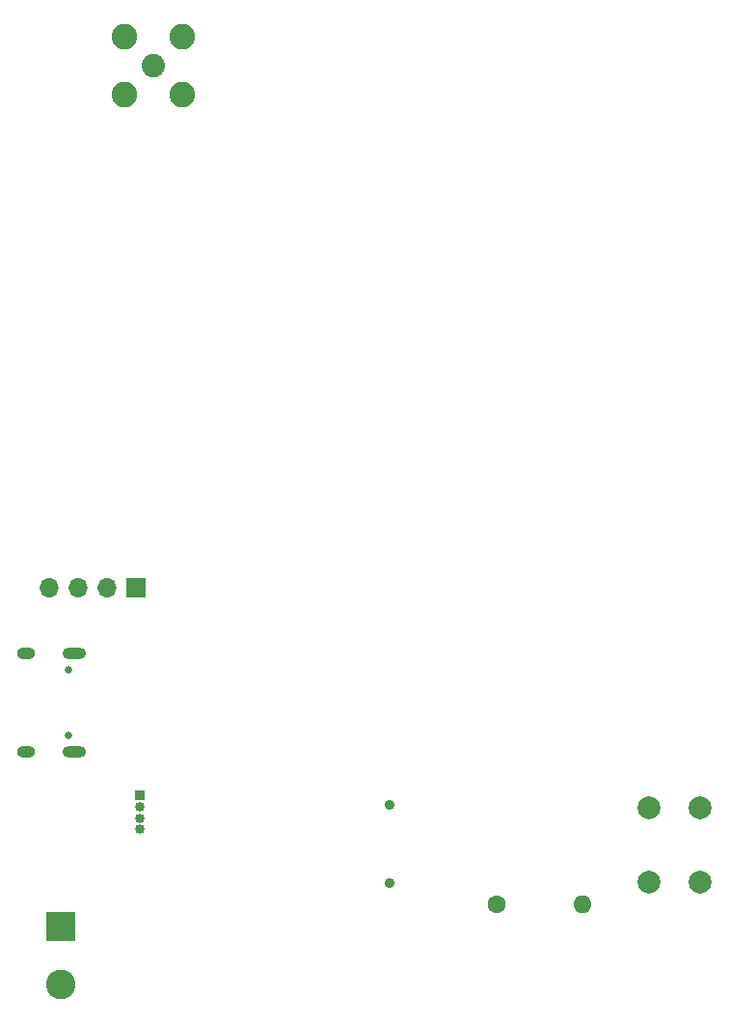
<source format=gbr>
%TF.GenerationSoftware,KiCad,Pcbnew,(6.0.6)*%
%TF.CreationDate,2023-03-24T13:47:12-05:00*%
%TF.ProjectId,DSAT_Telemetry_Board,44534154-5f54-4656-9c65-6d657472795f,rev?*%
%TF.SameCoordinates,Original*%
%TF.FileFunction,Soldermask,Bot*%
%TF.FilePolarity,Negative*%
%FSLAX46Y46*%
G04 Gerber Fmt 4.6, Leading zero omitted, Abs format (unit mm)*
G04 Created by KiCad (PCBNEW (6.0.6)) date 2023-03-24 13:47:12*
%MOMM*%
%LPD*%
G01*
G04 APERTURE LIST*
%ADD10C,0.650000*%
%ADD11O,2.100000X1.000000*%
%ADD12O,1.600000X1.000000*%
%ADD13C,2.050000*%
%ADD14C,2.250000*%
%ADD15C,2.000000*%
%ADD16C,0.900000*%
%ADD17C,2.600000*%
%ADD18R,2.600000X2.600000*%
%ADD19R,1.700000X1.700000*%
%ADD20O,1.700000X1.700000*%
%ADD21R,0.850000X0.850000*%
%ADD22O,0.850000X0.850000*%
%ADD23C,1.600000*%
%ADD24O,1.600000X1.600000*%
G04 APERTURE END LIST*
D10*
%TO.C,USB1*%
X152926000Y-115688020D03*
X152926000Y-109908020D03*
D11*
X153456000Y-117118020D03*
D12*
X149276000Y-108478020D03*
X149276000Y-117118020D03*
D11*
X153456000Y-108478020D03*
%TD*%
D13*
%TO.C,J2*%
X160450002Y-56936248D03*
D14*
X162990002Y-54396248D03*
X162990002Y-59476248D03*
X157910002Y-59476248D03*
X157910002Y-54396248D03*
%TD*%
D15*
%TO.C,SW1*%
X203951207Y-128550000D03*
X203951207Y-122050000D03*
X208451207Y-122050000D03*
X208451207Y-128550000D03*
%TD*%
D16*
%TO.C,SW2*%
X181151207Y-121808000D03*
X181151207Y-128608000D03*
%TD*%
D17*
%TO.C,J3*%
X152245000Y-137570000D03*
D18*
X152245000Y-132490000D03*
%TD*%
D19*
%TO.C,J1*%
X158850000Y-102750000D03*
D20*
X156310000Y-102750000D03*
X153770000Y-102750000D03*
X151230000Y-102750000D03*
%TD*%
D21*
%TO.C,J5*%
X159250000Y-120950000D03*
D22*
X159250000Y-121950000D03*
X159250000Y-122950000D03*
X159250000Y-123950000D03*
%TD*%
D23*
%TO.C,C4*%
X190562001Y-130544011D03*
D24*
X198062012Y-130544011D03*
%TD*%
M02*

</source>
